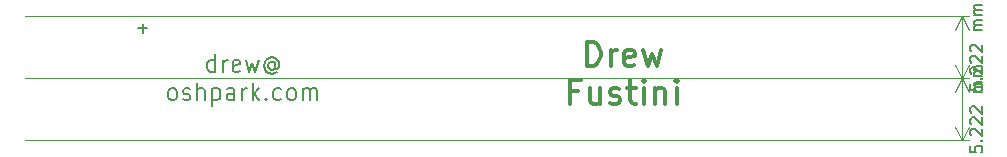
<source format=gbr>
G04 #@! TF.GenerationSoftware,KiCad,Pcbnew,(5.99.0-1716-g4efed4b72)*
G04 #@! TF.CreationDate,2020-05-21T15:21:06+02:00*
G04 #@! TF.ProjectId,flex-strip-tester-v8,666c6578-2d73-4747-9269-702d74657374,rev?*
G04 #@! TF.SameCoordinates,Original*
G04 #@! TF.FileFunction,Legend,Top*
G04 #@! TF.FilePolarity,Positive*
%FSLAX46Y46*%
G04 Gerber Fmt 4.6, Leading zero omitted, Abs format (unit mm)*
G04 Created by KiCad (PCBNEW (5.99.0-1716-g4efed4b72)) date 2020-05-21 15:21:06*
%MOMM*%
%LPD*%
G01*
G04 APERTURE LIST*
%ADD10C,0.150000*%
%ADD11C,0.120000*%
%ADD12C,0.200000*%
%ADD13C,0.300000*%
G04 APERTURE END LIST*
D10*
X197239640Y-101222417D02*
X197239640Y-101698607D01*
X197715831Y-101746226D01*
X197668212Y-101698607D01*
X197620593Y-101603369D01*
X197620593Y-101365274D01*
X197668212Y-101270036D01*
X197715831Y-101222417D01*
X197811069Y-101174798D01*
X198049164Y-101174798D01*
X198144402Y-101222417D01*
X198192021Y-101270036D01*
X198239640Y-101365274D01*
X198239640Y-101603369D01*
X198192021Y-101698607D01*
X198144402Y-101746226D01*
X198144402Y-100746226D02*
X198192021Y-100698607D01*
X198239640Y-100746226D01*
X198192021Y-100793845D01*
X198144402Y-100746226D01*
X198239640Y-100746226D01*
X197334879Y-100317655D02*
X197287260Y-100270036D01*
X197239640Y-100174798D01*
X197239640Y-99936702D01*
X197287260Y-99841464D01*
X197334879Y-99793845D01*
X197430117Y-99746226D01*
X197525355Y-99746226D01*
X197668212Y-99793845D01*
X198239640Y-100365274D01*
X198239640Y-99746226D01*
X197334879Y-99365274D02*
X197287260Y-99317655D01*
X197239640Y-99222417D01*
X197239640Y-98984321D01*
X197287260Y-98889083D01*
X197334879Y-98841464D01*
X197430117Y-98793845D01*
X197525355Y-98793845D01*
X197668212Y-98841464D01*
X198239640Y-99412893D01*
X198239640Y-98793845D01*
X197334879Y-98412893D02*
X197287260Y-98365274D01*
X197239640Y-98270036D01*
X197239640Y-98031940D01*
X197287260Y-97936702D01*
X197334879Y-97889083D01*
X197430117Y-97841464D01*
X197525355Y-97841464D01*
X197668212Y-97889083D01*
X198239640Y-98460512D01*
X198239640Y-97841464D01*
X198239640Y-96650988D02*
X197572974Y-96650988D01*
X197668212Y-96650988D02*
X197620593Y-96603369D01*
X197572974Y-96508131D01*
X197572974Y-96365274D01*
X197620593Y-96270036D01*
X197715831Y-96222417D01*
X198239640Y-96222417D01*
X197715831Y-96222417D02*
X197620593Y-96174798D01*
X197572974Y-96079560D01*
X197572974Y-95936702D01*
X197620593Y-95841464D01*
X197715831Y-95793845D01*
X198239640Y-95793845D01*
X198239640Y-95317655D02*
X197572974Y-95317655D01*
X197668212Y-95317655D02*
X197620593Y-95270036D01*
X197572974Y-95174798D01*
X197572974Y-95031940D01*
X197620593Y-94936702D01*
X197715831Y-94889083D01*
X198239640Y-94889083D01*
X197715831Y-94889083D02*
X197620593Y-94841464D01*
X197572974Y-94746226D01*
X197572974Y-94603369D01*
X197620593Y-94508131D01*
X197715831Y-94460512D01*
X198239640Y-94460512D01*
D11*
X196517260Y-100690680D02*
X196517260Y-95468440D01*
X117180360Y-100690680D02*
X197103681Y-100690680D01*
X117180360Y-95468440D02*
X197103681Y-95468440D01*
X196517260Y-95468440D02*
X197103681Y-96594944D01*
X196517260Y-95468440D02*
X195930839Y-96594944D01*
X196517260Y-100690680D02*
X197103681Y-99564176D01*
X196517260Y-100690680D02*
X195930839Y-99564176D01*
D12*
X133302353Y-94921731D02*
X133302353Y-93421731D01*
X133302353Y-94850302D02*
X133169020Y-94921731D01*
X132902353Y-94921731D01*
X132769020Y-94850302D01*
X132702353Y-94778874D01*
X132635686Y-94636017D01*
X132635686Y-94207445D01*
X132702353Y-94064588D01*
X132769020Y-93993160D01*
X132902353Y-93921731D01*
X133169020Y-93921731D01*
X133302353Y-93993160D01*
X133969020Y-94921731D02*
X133969020Y-93921731D01*
X133969020Y-94207445D02*
X134035686Y-94064588D01*
X134102353Y-93993160D01*
X134235686Y-93921731D01*
X134369020Y-93921731D01*
X135369020Y-94850302D02*
X135235686Y-94921731D01*
X134969020Y-94921731D01*
X134835686Y-94850302D01*
X134769020Y-94707445D01*
X134769020Y-94136017D01*
X134835686Y-93993160D01*
X134969020Y-93921731D01*
X135235686Y-93921731D01*
X135369020Y-93993160D01*
X135435686Y-94136017D01*
X135435686Y-94278874D01*
X134769020Y-94421731D01*
X135902353Y-93921731D02*
X136169020Y-94921731D01*
X136435686Y-94207445D01*
X136702353Y-94921731D01*
X136969020Y-93921731D01*
X138369020Y-94207445D02*
X138302353Y-94136017D01*
X138169020Y-94064588D01*
X138035686Y-94064588D01*
X137902353Y-94136017D01*
X137835686Y-94207445D01*
X137769020Y-94350302D01*
X137769020Y-94493160D01*
X137835686Y-94636017D01*
X137902353Y-94707445D01*
X138035686Y-94778874D01*
X138169020Y-94778874D01*
X138302353Y-94707445D01*
X138369020Y-94636017D01*
X138369020Y-94064588D02*
X138369020Y-94636017D01*
X138435686Y-94707445D01*
X138502353Y-94707445D01*
X138635686Y-94636017D01*
X138702353Y-94493160D01*
X138702353Y-94136017D01*
X138569020Y-93921731D01*
X138369020Y-93778874D01*
X138102353Y-93707445D01*
X137835686Y-93778874D01*
X137635686Y-93921731D01*
X137502353Y-94136017D01*
X137435686Y-94421731D01*
X137502353Y-94707445D01*
X137635686Y-94921731D01*
X137835686Y-95064588D01*
X138102353Y-95136017D01*
X138369020Y-95064588D01*
X138569020Y-94921731D01*
X129602353Y-97336731D02*
X129469020Y-97265302D01*
X129402353Y-97193874D01*
X129335686Y-97051017D01*
X129335686Y-96622445D01*
X129402353Y-96479588D01*
X129469020Y-96408160D01*
X129602353Y-96336731D01*
X129802353Y-96336731D01*
X129935686Y-96408160D01*
X130002353Y-96479588D01*
X130069020Y-96622445D01*
X130069020Y-97051017D01*
X130002353Y-97193874D01*
X129935686Y-97265302D01*
X129802353Y-97336731D01*
X129602353Y-97336731D01*
X130602353Y-97265302D02*
X130735686Y-97336731D01*
X131002353Y-97336731D01*
X131135686Y-97265302D01*
X131202353Y-97122445D01*
X131202353Y-97051017D01*
X131135686Y-96908160D01*
X131002353Y-96836731D01*
X130802353Y-96836731D01*
X130669020Y-96765302D01*
X130602353Y-96622445D01*
X130602353Y-96551017D01*
X130669020Y-96408160D01*
X130802353Y-96336731D01*
X131002353Y-96336731D01*
X131135686Y-96408160D01*
X131802353Y-97336731D02*
X131802353Y-95836731D01*
X132402353Y-97336731D02*
X132402353Y-96551017D01*
X132335686Y-96408160D01*
X132202353Y-96336731D01*
X132002353Y-96336731D01*
X131869020Y-96408160D01*
X131802353Y-96479588D01*
X133069020Y-96336731D02*
X133069020Y-97836731D01*
X133069020Y-96408160D02*
X133202353Y-96336731D01*
X133469020Y-96336731D01*
X133602353Y-96408160D01*
X133669020Y-96479588D01*
X133735686Y-96622445D01*
X133735686Y-97051017D01*
X133669020Y-97193874D01*
X133602353Y-97265302D01*
X133469020Y-97336731D01*
X133202353Y-97336731D01*
X133069020Y-97265302D01*
X134935686Y-97336731D02*
X134935686Y-96551017D01*
X134869020Y-96408160D01*
X134735686Y-96336731D01*
X134469020Y-96336731D01*
X134335686Y-96408160D01*
X134935686Y-97265302D02*
X134802353Y-97336731D01*
X134469020Y-97336731D01*
X134335686Y-97265302D01*
X134269020Y-97122445D01*
X134269020Y-96979588D01*
X134335686Y-96836731D01*
X134469020Y-96765302D01*
X134802353Y-96765302D01*
X134935686Y-96693874D01*
X135602353Y-97336731D02*
X135602353Y-96336731D01*
X135602353Y-96622445D02*
X135669020Y-96479588D01*
X135735686Y-96408160D01*
X135869020Y-96336731D01*
X136002353Y-96336731D01*
X136469020Y-97336731D02*
X136469020Y-95836731D01*
X136602353Y-96765302D02*
X137002353Y-97336731D01*
X137002353Y-96336731D02*
X136469020Y-96908160D01*
X137602353Y-97193874D02*
X137669020Y-97265302D01*
X137602353Y-97336731D01*
X137535686Y-97265302D01*
X137602353Y-97193874D01*
X137602353Y-97336731D01*
X138869020Y-97265302D02*
X138735686Y-97336731D01*
X138469020Y-97336731D01*
X138335686Y-97265302D01*
X138269020Y-97193874D01*
X138202353Y-97051017D01*
X138202353Y-96622445D01*
X138269020Y-96479588D01*
X138335686Y-96408160D01*
X138469020Y-96336731D01*
X138735686Y-96336731D01*
X138869020Y-96408160D01*
X139669020Y-97336731D02*
X139535686Y-97265302D01*
X139469020Y-97193874D01*
X139402353Y-97051017D01*
X139402353Y-96622445D01*
X139469020Y-96479588D01*
X139535686Y-96408160D01*
X139669020Y-96336731D01*
X139869020Y-96336731D01*
X140002353Y-96408160D01*
X140069020Y-96479588D01*
X140135686Y-96622445D01*
X140135686Y-97051017D01*
X140069020Y-97193874D01*
X140002353Y-97265302D01*
X139869020Y-97336731D01*
X139669020Y-97336731D01*
X140735686Y-97336731D02*
X140735686Y-96336731D01*
X140735686Y-96479588D02*
X140802353Y-96408160D01*
X140935686Y-96336731D01*
X141135686Y-96336731D01*
X141269020Y-96408160D01*
X141335686Y-96551017D01*
X141335686Y-97336731D01*
X141335686Y-96551017D02*
X141402353Y-96408160D01*
X141535686Y-96336731D01*
X141735686Y-96336731D01*
X141869020Y-96408160D01*
X141935686Y-96551017D01*
X141935686Y-97336731D01*
D10*
X197232020Y-95995097D02*
X197232020Y-96471287D01*
X197708211Y-96518906D01*
X197660592Y-96471287D01*
X197612973Y-96376049D01*
X197612973Y-96137954D01*
X197660592Y-96042716D01*
X197708211Y-95995097D01*
X197803449Y-95947478D01*
X198041544Y-95947478D01*
X198136782Y-95995097D01*
X198184401Y-96042716D01*
X198232020Y-96137954D01*
X198232020Y-96376049D01*
X198184401Y-96471287D01*
X198136782Y-96518906D01*
X198136782Y-95518906D02*
X198184401Y-95471287D01*
X198232020Y-95518906D01*
X198184401Y-95566525D01*
X198136782Y-95518906D01*
X198232020Y-95518906D01*
X197327259Y-95090335D02*
X197279640Y-95042716D01*
X197232020Y-94947478D01*
X197232020Y-94709382D01*
X197279640Y-94614144D01*
X197327259Y-94566525D01*
X197422497Y-94518906D01*
X197517735Y-94518906D01*
X197660592Y-94566525D01*
X198232020Y-95137954D01*
X198232020Y-94518906D01*
X197327259Y-94137954D02*
X197279640Y-94090335D01*
X197232020Y-93995097D01*
X197232020Y-93757001D01*
X197279640Y-93661763D01*
X197327259Y-93614144D01*
X197422497Y-93566525D01*
X197517735Y-93566525D01*
X197660592Y-93614144D01*
X198232020Y-94185573D01*
X198232020Y-93566525D01*
X197327259Y-93185573D02*
X197279640Y-93137954D01*
X197232020Y-93042716D01*
X197232020Y-92804620D01*
X197279640Y-92709382D01*
X197327259Y-92661763D01*
X197422497Y-92614144D01*
X197517735Y-92614144D01*
X197660592Y-92661763D01*
X198232020Y-93233192D01*
X198232020Y-92614144D01*
X198232020Y-91423668D02*
X197565354Y-91423668D01*
X197660592Y-91423668D02*
X197612973Y-91376049D01*
X197565354Y-91280811D01*
X197565354Y-91137954D01*
X197612973Y-91042716D01*
X197708211Y-90995097D01*
X198232020Y-90995097D01*
X197708211Y-90995097D02*
X197612973Y-90947478D01*
X197565354Y-90852240D01*
X197565354Y-90709382D01*
X197612973Y-90614144D01*
X197708211Y-90566525D01*
X198232020Y-90566525D01*
X198232020Y-90090335D02*
X197565354Y-90090335D01*
X197660592Y-90090335D02*
X197612973Y-90042716D01*
X197565354Y-89947478D01*
X197565354Y-89804620D01*
X197612973Y-89709382D01*
X197708211Y-89661763D01*
X198232020Y-89661763D01*
X197708211Y-89661763D02*
X197612973Y-89614144D01*
X197565354Y-89518906D01*
X197565354Y-89376049D01*
X197612973Y-89280811D01*
X197708211Y-89233192D01*
X198232020Y-89233192D01*
D11*
X196509640Y-95463360D02*
X196509640Y-90241120D01*
X117172740Y-95463360D02*
X197096061Y-95463360D01*
X117172740Y-90241120D02*
X197096061Y-90241120D01*
X196509640Y-90241120D02*
X197096061Y-91367624D01*
X196509640Y-90241120D02*
X195923219Y-91367624D01*
X196509640Y-95463360D02*
X197096061Y-94336856D01*
X196509640Y-95463360D02*
X195923219Y-94336856D01*
D10*
X126807007Y-91249808D02*
X127568912Y-91249808D01*
X127187960Y-91630760D02*
X127187960Y-90868856D01*
D13*
X164787960Y-94407601D02*
X164787960Y-92407601D01*
X165264151Y-92407601D01*
X165549865Y-92502840D01*
X165740341Y-92693316D01*
X165835580Y-92883792D01*
X165930818Y-93264744D01*
X165930818Y-93550459D01*
X165835580Y-93931411D01*
X165740341Y-94121887D01*
X165549865Y-94312363D01*
X165264151Y-94407601D01*
X164787960Y-94407601D01*
X166787960Y-94407601D02*
X166787960Y-93074268D01*
X166787960Y-93455220D02*
X166883199Y-93264744D01*
X166978437Y-93169506D01*
X167168913Y-93074268D01*
X167359389Y-93074268D01*
X168787960Y-94312363D02*
X168597484Y-94407601D01*
X168216532Y-94407601D01*
X168026056Y-94312363D01*
X167930818Y-94121887D01*
X167930818Y-93359982D01*
X168026056Y-93169506D01*
X168216532Y-93074268D01*
X168597484Y-93074268D01*
X168787960Y-93169506D01*
X168883199Y-93359982D01*
X168883199Y-93550459D01*
X167930818Y-93740935D01*
X169549865Y-93074268D02*
X169930818Y-94407601D01*
X170311770Y-93455220D01*
X170692722Y-94407601D01*
X171073675Y-93074268D01*
X163978437Y-96579982D02*
X163311770Y-96579982D01*
X163311770Y-97627601D02*
X163311770Y-95627601D01*
X164264151Y-95627601D01*
X165883199Y-96294268D02*
X165883199Y-97627601D01*
X165026056Y-96294268D02*
X165026056Y-97341887D01*
X165121294Y-97532363D01*
X165311770Y-97627601D01*
X165597484Y-97627601D01*
X165787960Y-97532363D01*
X165883199Y-97437125D01*
X166740341Y-97532363D02*
X166930818Y-97627601D01*
X167311770Y-97627601D01*
X167502246Y-97532363D01*
X167597484Y-97341887D01*
X167597484Y-97246649D01*
X167502246Y-97056173D01*
X167311770Y-96960935D01*
X167026056Y-96960935D01*
X166835580Y-96865697D01*
X166740341Y-96675220D01*
X166740341Y-96579982D01*
X166835580Y-96389506D01*
X167026056Y-96294268D01*
X167311770Y-96294268D01*
X167502246Y-96389506D01*
X168168913Y-96294268D02*
X168930818Y-96294268D01*
X168454627Y-95627601D02*
X168454627Y-97341887D01*
X168549865Y-97532363D01*
X168740341Y-97627601D01*
X168930818Y-97627601D01*
X169597484Y-97627601D02*
X169597484Y-96294268D01*
X169597484Y-95627601D02*
X169502246Y-95722840D01*
X169597484Y-95818078D01*
X169692722Y-95722840D01*
X169597484Y-95627601D01*
X169597484Y-95818078D01*
X170549865Y-96294268D02*
X170549865Y-97627601D01*
X170549865Y-96484744D02*
X170645103Y-96389506D01*
X170835580Y-96294268D01*
X171121294Y-96294268D01*
X171311770Y-96389506D01*
X171407008Y-96579982D01*
X171407008Y-97627601D01*
X172359389Y-97627601D02*
X172359389Y-96294268D01*
X172359389Y-95627601D02*
X172264151Y-95722840D01*
X172359389Y-95818078D01*
X172454627Y-95722840D01*
X172359389Y-95627601D01*
X172359389Y-95818078D01*
M02*

</source>
